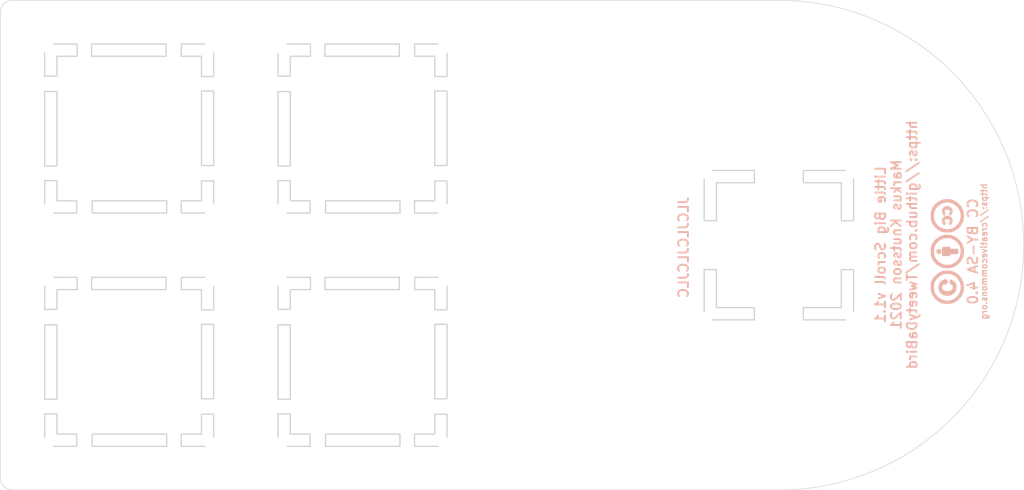
<source format=kicad_pcb>
(kicad_pcb (version 20171130) (host pcbnew "(5.1.9)-1")

  (general
    (thickness 1.6)
    (drawings 15)
    (tracks 0)
    (zones 0)
    (modules 10)
    (nets 1)
  )

  (page A4)
  (title_block
    (title "Little Big Scroll")
    (date 2021-11-30)
    (rev v1.0)
    (company "Markus Knutsson <markus.knutsson@tweety.se>")
    (comment 1 https://github.com/TweetyDaBird)
    (comment 2 "Licensed under Creative Commons Attribution-ShareAlike 4.0 International")
  )

  (layers
    (0 F.Cu signal)
    (31 B.Cu signal)
    (32 B.Adhes user hide)
    (33 F.Adhes user hide)
    (34 B.Paste user hide)
    (35 F.Paste user hide)
    (36 B.SilkS user)
    (37 F.SilkS user)
    (38 B.Mask user hide)
    (39 F.Mask user hide)
    (40 Dwgs.User user hide)
    (41 Cmts.User user hide)
    (42 Eco1.User user hide)
    (43 Eco2.User user hide)
    (44 Edge.Cuts user)
    (45 Margin user hide)
    (46 B.CrtYd user hide)
    (47 F.CrtYd user hide)
    (48 B.Fab user hide)
    (49 F.Fab user hide)
  )

  (setup
    (last_trace_width 0.25)
    (trace_clearance 0.2)
    (zone_clearance 0.508)
    (zone_45_only yes)
    (trace_min 0.2)
    (via_size 0.8)
    (via_drill 0.4)
    (via_min_size 0.4)
    (via_min_drill 0.3)
    (uvia_size 0.3)
    (uvia_drill 0.1)
    (uvias_allowed no)
    (uvia_min_size 0.2)
    (uvia_min_drill 0.1)
    (edge_width 0.05)
    (segment_width 0.2)
    (pcb_text_width 0.3)
    (pcb_text_size 1.5 1.5)
    (mod_edge_width 0.12)
    (mod_text_size 1 1)
    (mod_text_width 0.15)
    (pad_size 1.524 1.524)
    (pad_drill 0.762)
    (pad_to_mask_clearance 0)
    (aux_axis_origin 0 0)
    (visible_elements 7FFFFFFF)
    (pcbplotparams
      (layerselection 0x010fc_ffffffff)
      (usegerberextensions true)
      (usegerberattributes true)
      (usegerberadvancedattributes false)
      (creategerberjobfile false)
      (excludeedgelayer true)
      (linewidth 0.100000)
      (plotframeref false)
      (viasonmask false)
      (mode 1)
      (useauxorigin false)
      (hpglpennumber 1)
      (hpglpenspeed 20)
      (hpglpendiameter 15.000000)
      (psnegative false)
      (psa4output false)
      (plotreference true)
      (plotvalue false)
      (plotinvisibletext false)
      (padsonsilk false)
      (subtractmaskfromsilk true)
      (outputformat 1)
      (mirror false)
      (drillshape 0)
      (scaleselection 1)
      (outputdirectory "Gerbers/"))
  )

  (net 0 "")

  (net_class Default "This is the default net class."
    (clearance 0.2)
    (trace_width 0.25)
    (via_dia 0.8)
    (via_drill 0.4)
    (uvia_dia 0.3)
    (uvia_drill 0.1)
  )

  (net_class VCC ""
    (clearance 0.2)
    (trace_width 0.45)
    (via_dia 0.8)
    (via_drill 0.4)
    (uvia_dia 0.3)
    (uvia_drill 0.1)
  )

  (module "Keyboard Library:Cherry_MX_Plate_Hole_Breakoff" (layer F.Cu) (tedit 5FDB0BD7) (tstamp 619F03E7)
    (at 185.38 121.08)
    (descr "MX-style keyswitch with reversible Kailh socket mount")
    (tags MX,cherry,gateron,kailh,pg1511,socket)
    (path /61F0A1A5)
    (fp_text reference SW4 (at 0 0) (layer F.SilkS) hide
      (effects (font (size 1.27 1.27) (thickness 0.15)))
    )
    (fp_text value SW_Push (at 0 0) (layer F.SilkS) hide
      (effects (font (size 1.27 1.27) (thickness 0.15)))
    )
    (fp_line (start -4.28 6.9) (end -4.28 5.9) (layer Edge.Cuts) (width 0.1))
    (fp_line (start 4.25 5.9) (end 5.9 5.9) (layer Edge.Cuts) (width 0.1))
    (fp_line (start 3.06 5.9) (end 3.06 6.9) (layer Edge.Cuts) (width 0.1))
    (fp_line (start 6.9 6.9) (end 4.25 6.9) (layer Edge.Cuts) (width 0.1))
    (fp_line (start -6.9 6.9) (end -4.28 6.9) (layer Edge.Cuts) (width 0.1))
    (fp_line (start -5.9 5.9) (end -4.28 5.9) (layer Edge.Cuts) (width 0.1))
    (fp_line (start 3.06 6.9) (end -3.02 6.9) (layer Edge.Cuts) (width 0.1))
    (fp_line (start -3.02 6.9) (end -3.018995 5.9) (layer Edge.Cuts) (width 0.1))
    (fp_line (start -3.018995 5.9) (end 3.06 5.9) (layer Edge.Cuts) (width 0.1))
    (fp_line (start 4.25 5.9) (end 4.25 6.9) (layer Edge.Cuts) (width 0.1))
    (fp_line (start -4.25 -5.9) (end -4.25 -6.9) (layer Edge.Cuts) (width 0.1))
    (fp_line (start 3.011005 -6.9) (end 3.01 -5.9) (layer Edge.Cuts) (width 0.1))
    (fp_line (start 5.9 -5.9) (end 4.26 -5.9) (layer Edge.Cuts) (width 0.1))
    (fp_line (start -3.07 -5.9) (end -3.07 -6.9) (layer Edge.Cuts) (width 0.1))
    (fp_line (start 3.011005 -6.9) (end -3.07 -6.9) (layer Edge.Cuts) (width 0.1))
    (fp_line (start -4.25 -5.9) (end -5.9 -5.9) (layer Edge.Cuts) (width 0.1))
    (fp_line (start 4.26 -6.9) (end 4.26 -5.9) (layer Edge.Cuts) (width 0.1))
    (fp_line (start 3.01 -5.9) (end -3.07 -5.9) (layer Edge.Cuts) (width 0.1))
    (fp_line (start -4.25 -6.9) (end -6.9 -6.9) (layer Edge.Cuts) (width 0.1))
    (fp_line (start 6.9 -6.9) (end 4.26 -6.9) (layer Edge.Cuts) (width 0.1))
    (fp_line (start -6.9 -3.02) (end -5.9 -3.018995) (layer Edge.Cuts) (width 0.1))
    (fp_line (start -5.9 -3.018995) (end -5.9 3.06) (layer Edge.Cuts) (width 0.1))
    (fp_line (start -6.9 -6.9) (end -6.9 -4.28) (layer Edge.Cuts) (width 0.1))
    (fp_line (start -5.9 3.06) (end -6.9 3.06) (layer Edge.Cuts) (width 0.1))
    (fp_line (start -6.9 3.06) (end -6.9 -3.02) (layer Edge.Cuts) (width 0.1))
    (fp_line (start -6.9 -4.28) (end -5.9 -4.28) (layer Edge.Cuts) (width 0.1))
    (fp_line (start -5.9 4.25) (end -5.9 5.9) (layer Edge.Cuts) (width 0.1))
    (fp_line (start -6.9 6.9) (end -6.9 4.25) (layer Edge.Cuts) (width 0.1))
    (fp_line (start -5.9 -5.9) (end -5.9 -4.28) (layer Edge.Cuts) (width 0.1))
    (fp_line (start -5.9 4.25) (end -6.9 4.25) (layer Edge.Cuts) (width 0.1))
    (fp_line (start 5.9 -4.25) (end 5.9 -5.9) (layer Edge.Cuts) (width 0.1))
    (fp_line (start 5.9 -3.06) (end 6.9 -3.06) (layer Edge.Cuts) (width 0.1))
    (fp_line (start 6.9 3.02) (end 5.9 3.018995) (layer Edge.Cuts) (width 0.1))
    (fp_line (start 6.9 4.28) (end 5.9 4.28) (layer Edge.Cuts) (width 0.1))
    (fp_line (start 6.9 -6.9) (end 6.9 -4.25) (layer Edge.Cuts) (width 0.1))
    (fp_line (start 5.9 -4.25) (end 6.9 -4.25) (layer Edge.Cuts) (width 0.1))
    (fp_line (start 6.9 -3.06) (end 6.9 3.02) (layer Edge.Cuts) (width 0.1))
    (fp_line (start 5.9 3.018995) (end 5.9 -3.06) (layer Edge.Cuts) (width 0.1))
    (fp_line (start 6.9 6.9) (end 6.9 4.28) (layer Edge.Cuts) (width 0.1))
    (fp_line (start 5.9 5.9) (end 5.9 4.28) (layer Edge.Cuts) (width 0.1))
    (pad "" np_thru_hole circle (at 6.4 -3.6576) (size 0.8 0.8) (drill 0.8) (layers *.Cu *.Mask))
    (pad "" np_thru_hole circle (at 6.4 3.6576) (size 0.8 0.8) (drill 0.8) (layers *.Cu *.Mask))
    (pad "" np_thru_hole circle (at -6.4 -3.6576 180) (size 0.8 0.8) (drill 0.8) (layers *.Cu *.Mask))
    (pad "" np_thru_hole circle (at -6.4 3.6576 180) (size 0.8 0.8) (drill 0.8) (layers *.Cu *.Mask))
    (pad "" np_thru_hole circle (at -3.6576 -6.4 90) (size 0.8 0.8) (drill 0.8) (layers *.Cu *.Mask))
    (pad "" np_thru_hole circle (at 3.6576 -6.4 90) (size 0.8 0.8) (drill 0.8) (layers *.Cu *.Mask))
    (pad "" np_thru_hole circle (at -6.5786 -6.5786) (size 1 1) (drill 1) (layers *.Cu *.Mask))
    (pad "" np_thru_hole circle (at 6.5786 -6.5786) (size 1 1) (drill 1) (layers *.Cu *.Mask))
    (pad "" np_thru_hole circle (at 6.5786 6.5786) (size 1 1) (drill 1) (layers *.Cu *.Mask))
    (pad "" np_thru_hole circle (at -6.5786 6.5786) (size 1 1) (drill 1) (layers *.Cu *.Mask))
    (pad "" np_thru_hole circle (at -3.6576 6.4 270) (size 0.8 0.8) (drill 0.8) (layers *.Cu *.Mask))
    (pad "" np_thru_hole circle (at 3.6576 6.4 270) (size 0.8 0.8) (drill 0.8) (layers *.Cu *.Mask))
  )

  (module "Keyboard Library:Cherry_MX_Plate_Hole_Breakoff" (layer F.Cu) (tedit 5FDB0BD7) (tstamp 619F03AC)
    (at 166.33 121.08)
    (descr "MX-style keyswitch with reversible Kailh socket mount")
    (tags MX,cherry,gateron,kailh,pg1511,socket)
    (path /61F08FF4)
    (fp_text reference SW3 (at 0 0) (layer F.SilkS) hide
      (effects (font (size 1.27 1.27) (thickness 0.15)))
    )
    (fp_text value SW_Push (at 0 0) (layer F.SilkS) hide
      (effects (font (size 1.27 1.27) (thickness 0.15)))
    )
    (fp_line (start -4.28 6.9) (end -4.28 5.9) (layer Edge.Cuts) (width 0.1))
    (fp_line (start 4.25 5.9) (end 5.9 5.9) (layer Edge.Cuts) (width 0.1))
    (fp_line (start 3.06 5.9) (end 3.06 6.9) (layer Edge.Cuts) (width 0.1))
    (fp_line (start 6.9 6.9) (end 4.25 6.9) (layer Edge.Cuts) (width 0.1))
    (fp_line (start -6.9 6.9) (end -4.28 6.9) (layer Edge.Cuts) (width 0.1))
    (fp_line (start -5.9 5.9) (end -4.28 5.9) (layer Edge.Cuts) (width 0.1))
    (fp_line (start 3.06 6.9) (end -3.02 6.9) (layer Edge.Cuts) (width 0.1))
    (fp_line (start -3.02 6.9) (end -3.018995 5.9) (layer Edge.Cuts) (width 0.1))
    (fp_line (start -3.018995 5.9) (end 3.06 5.9) (layer Edge.Cuts) (width 0.1))
    (fp_line (start 4.25 5.9) (end 4.25 6.9) (layer Edge.Cuts) (width 0.1))
    (fp_line (start -4.25 -5.9) (end -4.25 -6.9) (layer Edge.Cuts) (width 0.1))
    (fp_line (start 3.011005 -6.9) (end 3.01 -5.9) (layer Edge.Cuts) (width 0.1))
    (fp_line (start 5.9 -5.9) (end 4.26 -5.9) (layer Edge.Cuts) (width 0.1))
    (fp_line (start -3.07 -5.9) (end -3.07 -6.9) (layer Edge.Cuts) (width 0.1))
    (fp_line (start 3.011005 -6.9) (end -3.07 -6.9) (layer Edge.Cuts) (width 0.1))
    (fp_line (start -4.25 -5.9) (end -5.9 -5.9) (layer Edge.Cuts) (width 0.1))
    (fp_line (start 4.26 -6.9) (end 4.26 -5.9) (layer Edge.Cuts) (width 0.1))
    (fp_line (start 3.01 -5.9) (end -3.07 -5.9) (layer Edge.Cuts) (width 0.1))
    (fp_line (start -4.25 -6.9) (end -6.9 -6.9) (layer Edge.Cuts) (width 0.1))
    (fp_line (start 6.9 -6.9) (end 4.26 -6.9) (layer Edge.Cuts) (width 0.1))
    (fp_line (start -6.9 -3.02) (end -5.9 -3.018995) (layer Edge.Cuts) (width 0.1))
    (fp_line (start -5.9 -3.018995) (end -5.9 3.06) (layer Edge.Cuts) (width 0.1))
    (fp_line (start -6.9 -6.9) (end -6.9 -4.28) (layer Edge.Cuts) (width 0.1))
    (fp_line (start -5.9 3.06) (end -6.9 3.06) (layer Edge.Cuts) (width 0.1))
    (fp_line (start -6.9 3.06) (end -6.9 -3.02) (layer Edge.Cuts) (width 0.1))
    (fp_line (start -6.9 -4.28) (end -5.9 -4.28) (layer Edge.Cuts) (width 0.1))
    (fp_line (start -5.9 4.25) (end -5.9 5.9) (layer Edge.Cuts) (width 0.1))
    (fp_line (start -6.9 6.9) (end -6.9 4.25) (layer Edge.Cuts) (width 0.1))
    (fp_line (start -5.9 -5.9) (end -5.9 -4.28) (layer Edge.Cuts) (width 0.1))
    (fp_line (start -5.9 4.25) (end -6.9 4.25) (layer Edge.Cuts) (width 0.1))
    (fp_line (start 5.9 -4.25) (end 5.9 -5.9) (layer Edge.Cuts) (width 0.1))
    (fp_line (start 5.9 -3.06) (end 6.9 -3.06) (layer Edge.Cuts) (width 0.1))
    (fp_line (start 6.9 3.02) (end 5.9 3.018995) (layer Edge.Cuts) (width 0.1))
    (fp_line (start 6.9 4.28) (end 5.9 4.28) (layer Edge.Cuts) (width 0.1))
    (fp_line (start 6.9 -6.9) (end 6.9 -4.25) (layer Edge.Cuts) (width 0.1))
    (fp_line (start 5.9 -4.25) (end 6.9 -4.25) (layer Edge.Cuts) (width 0.1))
    (fp_line (start 6.9 -3.06) (end 6.9 3.02) (layer Edge.Cuts) (width 0.1))
    (fp_line (start 5.9 3.018995) (end 5.9 -3.06) (layer Edge.Cuts) (width 0.1))
    (fp_line (start 6.9 6.9) (end 6.9 4.28) (layer Edge.Cuts) (width 0.1))
    (fp_line (start 5.9 5.9) (end 5.9 4.28) (layer Edge.Cuts) (width 0.1))
    (pad "" np_thru_hole circle (at 6.4 -3.6576) (size 0.8 0.8) (drill 0.8) (layers *.Cu *.Mask))
    (pad "" np_thru_hole circle (at 6.4 3.6576) (size 0.8 0.8) (drill 0.8) (layers *.Cu *.Mask))
    (pad "" np_thru_hole circle (at -6.4 -3.6576 180) (size 0.8 0.8) (drill 0.8) (layers *.Cu *.Mask))
    (pad "" np_thru_hole circle (at -6.4 3.6576 180) (size 0.8 0.8) (drill 0.8) (layers *.Cu *.Mask))
    (pad "" np_thru_hole circle (at -3.6576 -6.4 90) (size 0.8 0.8) (drill 0.8) (layers *.Cu *.Mask))
    (pad "" np_thru_hole circle (at 3.6576 -6.4 90) (size 0.8 0.8) (drill 0.8) (layers *.Cu *.Mask))
    (pad "" np_thru_hole circle (at -6.5786 -6.5786) (size 1 1) (drill 1) (layers *.Cu *.Mask))
    (pad "" np_thru_hole circle (at 6.5786 -6.5786) (size 1 1) (drill 1) (layers *.Cu *.Mask))
    (pad "" np_thru_hole circle (at 6.5786 6.5786) (size 1 1) (drill 1) (layers *.Cu *.Mask))
    (pad "" np_thru_hole circle (at -6.5786 6.5786) (size 1 1) (drill 1) (layers *.Cu *.Mask))
    (pad "" np_thru_hole circle (at -3.6576 6.4 270) (size 0.8 0.8) (drill 0.8) (layers *.Cu *.Mask))
    (pad "" np_thru_hole circle (at 3.6576 6.4 270) (size 0.8 0.8) (drill 0.8) (layers *.Cu *.Mask))
  )

  (module "Keyboard Library:Cherry_MX_Plate_Hole_Breakoff" (layer F.Cu) (tedit 5FDB0BD7) (tstamp 619F0371)
    (at 185.38 102.03)
    (descr "MX-style keyswitch with reversible Kailh socket mount")
    (tags MX,cherry,gateron,kailh,pg1511,socket)
    (path /61F08A46)
    (fp_text reference SW2 (at 0 0) (layer F.SilkS) hide
      (effects (font (size 1.27 1.27) (thickness 0.15)))
    )
    (fp_text value SW_Push (at 0 0) (layer F.SilkS) hide
      (effects (font (size 1.27 1.27) (thickness 0.15)))
    )
    (fp_line (start -4.28 6.9) (end -4.28 5.9) (layer Edge.Cuts) (width 0.1))
    (fp_line (start 4.25 5.9) (end 5.9 5.9) (layer Edge.Cuts) (width 0.1))
    (fp_line (start 3.06 5.9) (end 3.06 6.9) (layer Edge.Cuts) (width 0.1))
    (fp_line (start 6.9 6.9) (end 4.25 6.9) (layer Edge.Cuts) (width 0.1))
    (fp_line (start -6.9 6.9) (end -4.28 6.9) (layer Edge.Cuts) (width 0.1))
    (fp_line (start -5.9 5.9) (end -4.28 5.9) (layer Edge.Cuts) (width 0.1))
    (fp_line (start 3.06 6.9) (end -3.02 6.9) (layer Edge.Cuts) (width 0.1))
    (fp_line (start -3.02 6.9) (end -3.018995 5.9) (layer Edge.Cuts) (width 0.1))
    (fp_line (start -3.018995 5.9) (end 3.06 5.9) (layer Edge.Cuts) (width 0.1))
    (fp_line (start 4.25 5.9) (end 4.25 6.9) (layer Edge.Cuts) (width 0.1))
    (fp_line (start -4.25 -5.9) (end -4.25 -6.9) (layer Edge.Cuts) (width 0.1))
    (fp_line (start 3.011005 -6.9) (end 3.01 -5.9) (layer Edge.Cuts) (width 0.1))
    (fp_line (start 5.9 -5.9) (end 4.26 -5.9) (layer Edge.Cuts) (width 0.1))
    (fp_line (start -3.07 -5.9) (end -3.07 -6.9) (layer Edge.Cuts) (width 0.1))
    (fp_line (start 3.011005 -6.9) (end -3.07 -6.9) (layer Edge.Cuts) (width 0.1))
    (fp_line (start -4.25 -5.9) (end -5.9 -5.9) (layer Edge.Cuts) (width 0.1))
    (fp_line (start 4.26 -6.9) (end 4.26 -5.9) (layer Edge.Cuts) (width 0.1))
    (fp_line (start 3.01 -5.9) (end -3.07 -5.9) (layer Edge.Cuts) (width 0.1))
    (fp_line (start -4.25 -6.9) (end -6.9 -6.9) (layer Edge.Cuts) (width 0.1))
    (fp_line (start 6.9 -6.9) (end 4.26 -6.9) (layer Edge.Cuts) (width 0.1))
    (fp_line (start -6.9 -3.02) (end -5.9 -3.018995) (layer Edge.Cuts) (width 0.1))
    (fp_line (start -5.9 -3.018995) (end -5.9 3.06) (layer Edge.Cuts) (width 0.1))
    (fp_line (start -6.9 -6.9) (end -6.9 -4.28) (layer Edge.Cuts) (width 0.1))
    (fp_line (start -5.9 3.06) (end -6.9 3.06) (layer Edge.Cuts) (width 0.1))
    (fp_line (start -6.9 3.06) (end -6.9 -3.02) (layer Edge.Cuts) (width 0.1))
    (fp_line (start -6.9 -4.28) (end -5.9 -4.28) (layer Edge.Cuts) (width 0.1))
    (fp_line (start -5.9 4.25) (end -5.9 5.9) (layer Edge.Cuts) (width 0.1))
    (fp_line (start -6.9 6.9) (end -6.9 4.25) (layer Edge.Cuts) (width 0.1))
    (fp_line (start -5.9 -5.9) (end -5.9 -4.28) (layer Edge.Cuts) (width 0.1))
    (fp_line (start -5.9 4.25) (end -6.9 4.25) (layer Edge.Cuts) (width 0.1))
    (fp_line (start 5.9 -4.25) (end 5.9 -5.9) (layer Edge.Cuts) (width 0.1))
    (fp_line (start 5.9 -3.06) (end 6.9 -3.06) (layer Edge.Cuts) (width 0.1))
    (fp_line (start 6.9 3.02) (end 5.9 3.018995) (layer Edge.Cuts) (width 0.1))
    (fp_line (start 6.9 4.28) (end 5.9 4.28) (layer Edge.Cuts) (width 0.1))
    (fp_line (start 6.9 -6.9) (end 6.9 -4.25) (layer Edge.Cuts) (width 0.1))
    (fp_line (start 5.9 -4.25) (end 6.9 -4.25) (layer Edge.Cuts) (width 0.1))
    (fp_line (start 6.9 -3.06) (end 6.9 3.02) (layer Edge.Cuts) (width 0.1))
    (fp_line (start 5.9 3.018995) (end 5.9 -3.06) (layer Edge.Cuts) (width 0.1))
    (fp_line (start 6.9 6.9) (end 6.9 4.28) (layer Edge.Cuts) (width 0.1))
    (fp_line (start 5.9 5.9) (end 5.9 4.28) (layer Edge.Cuts) (width 0.1))
    (pad "" np_thru_hole circle (at 6.4 -3.6576) (size 0.8 0.8) (drill 0.8) (layers *.Cu *.Mask))
    (pad "" np_thru_hole circle (at 6.4 3.6576) (size 0.8 0.8) (drill 0.8) (layers *.Cu *.Mask))
    (pad "" np_thru_hole circle (at -6.4 -3.6576 180) (size 0.8 0.8) (drill 0.8) (layers *.Cu *.Mask))
    (pad "" np_thru_hole circle (at -6.4 3.6576 180) (size 0.8 0.8) (drill 0.8) (layers *.Cu *.Mask))
    (pad "" np_thru_hole circle (at -3.6576 -6.4 90) (size 0.8 0.8) (drill 0.8) (layers *.Cu *.Mask))
    (pad "" np_thru_hole circle (at 3.6576 -6.4 90) (size 0.8 0.8) (drill 0.8) (layers *.Cu *.Mask))
    (pad "" np_thru_hole circle (at -6.5786 -6.5786) (size 1 1) (drill 1) (layers *.Cu *.Mask))
    (pad "" np_thru_hole circle (at 6.5786 -6.5786) (size 1 1) (drill 1) (layers *.Cu *.Mask))
    (pad "" np_thru_hole circle (at 6.5786 6.5786) (size 1 1) (drill 1) (layers *.Cu *.Mask))
    (pad "" np_thru_hole circle (at -6.5786 6.5786) (size 1 1) (drill 1) (layers *.Cu *.Mask))
    (pad "" np_thru_hole circle (at -3.6576 6.4 270) (size 0.8 0.8) (drill 0.8) (layers *.Cu *.Mask))
    (pad "" np_thru_hole circle (at 3.6576 6.4 270) (size 0.8 0.8) (drill 0.8) (layers *.Cu *.Mask))
  )

  (module "Keyboard Library:Cherry_MX_Plate_Hole_Breakoff" (layer F.Cu) (tedit 5FDB0BD7) (tstamp 619F0336)
    (at 166.33 102.03)
    (descr "MX-style keyswitch with reversible Kailh socket mount")
    (tags MX,cherry,gateron,kailh,pg1511,socket)
    (path /61F07A41)
    (fp_text reference SW1 (at 0 0) (layer F.SilkS) hide
      (effects (font (size 1.27 1.27) (thickness 0.15)))
    )
    (fp_text value SW_Push (at 0 0) (layer F.SilkS) hide
      (effects (font (size 1.27 1.27) (thickness 0.15)))
    )
    (fp_line (start -4.28 6.9) (end -4.28 5.9) (layer Edge.Cuts) (width 0.1))
    (fp_line (start 4.25 5.9) (end 5.9 5.9) (layer Edge.Cuts) (width 0.1))
    (fp_line (start 3.06 5.9) (end 3.06 6.9) (layer Edge.Cuts) (width 0.1))
    (fp_line (start 6.9 6.9) (end 4.25 6.9) (layer Edge.Cuts) (width 0.1))
    (fp_line (start -6.9 6.9) (end -4.28 6.9) (layer Edge.Cuts) (width 0.1))
    (fp_line (start -5.9 5.9) (end -4.28 5.9) (layer Edge.Cuts) (width 0.1))
    (fp_line (start 3.06 6.9) (end -3.02 6.9) (layer Edge.Cuts) (width 0.1))
    (fp_line (start -3.02 6.9) (end -3.018995 5.9) (layer Edge.Cuts) (width 0.1))
    (fp_line (start -3.018995 5.9) (end 3.06 5.9) (layer Edge.Cuts) (width 0.1))
    (fp_line (start 4.25 5.9) (end 4.25 6.9) (layer Edge.Cuts) (width 0.1))
    (fp_line (start -4.25 -5.9) (end -4.25 -6.9) (layer Edge.Cuts) (width 0.1))
    (fp_line (start 3.011005 -6.9) (end 3.01 -5.9) (layer Edge.Cuts) (width 0.1))
    (fp_line (start 5.9 -5.9) (end 4.26 -5.9) (layer Edge.Cuts) (width 0.1))
    (fp_line (start -3.07 -5.9) (end -3.07 -6.9) (layer Edge.Cuts) (width 0.1))
    (fp_line (start 3.011005 -6.9) (end -3.07 -6.9) (layer Edge.Cuts) (width 0.1))
    (fp_line (start -4.25 -5.9) (end -5.9 -5.9) (layer Edge.Cuts) (width 0.1))
    (fp_line (start 4.26 -6.9) (end 4.26 -5.9) (layer Edge.Cuts) (width 0.1))
    (fp_line (start 3.01 -5.9) (end -3.07 -5.9) (layer Edge.Cuts) (width 0.1))
    (fp_line (start -4.25 -6.9) (end -6.9 -6.9) (layer Edge.Cuts) (width 0.1))
    (fp_line (start 6.9 -6.9) (end 4.26 -6.9) (layer Edge.Cuts) (width 0.1))
    (fp_line (start -6.9 -3.02) (end -5.9 -3.018995) (layer Edge.Cuts) (width 0.1))
    (fp_line (start -5.9 -3.018995) (end -5.9 3.06) (layer Edge.Cuts) (width 0.1))
    (fp_line (start -6.9 -6.9) (end -6.9 -4.28) (layer Edge.Cuts) (width 0.1))
    (fp_line (start -5.9 3.06) (end -6.9 3.06) (layer Edge.Cuts) (width 0.1))
    (fp_line (start -6.9 3.06) (end -6.9 -3.02) (layer Edge.Cuts) (width 0.1))
    (fp_line (start -6.9 -4.28) (end -5.9 -4.28) (layer Edge.Cuts) (width 0.1))
    (fp_line (start -5.9 4.25) (end -5.9 5.9) (layer Edge.Cuts) (width 0.1))
    (fp_line (start -6.9 6.9) (end -6.9 4.25) (layer Edge.Cuts) (width 0.1))
    (fp_line (start -5.9 -5.9) (end -5.9 -4.28) (layer Edge.Cuts) (width 0.1))
    (fp_line (start -5.9 4.25) (end -6.9 4.25) (layer Edge.Cuts) (width 0.1))
    (fp_line (start 5.9 -4.25) (end 5.9 -5.9) (layer Edge.Cuts) (width 0.1))
    (fp_line (start 5.9 -3.06) (end 6.9 -3.06) (layer Edge.Cuts) (width 0.1))
    (fp_line (start 6.9 3.02) (end 5.9 3.018995) (layer Edge.Cuts) (width 0.1))
    (fp_line (start 6.9 4.28) (end 5.9 4.28) (layer Edge.Cuts) (width 0.1))
    (fp_line (start 6.9 -6.9) (end 6.9 -4.25) (layer Edge.Cuts) (width 0.1))
    (fp_line (start 5.9 -4.25) (end 6.9 -4.25) (layer Edge.Cuts) (width 0.1))
    (fp_line (start 6.9 -3.06) (end 6.9 3.02) (layer Edge.Cuts) (width 0.1))
    (fp_line (start 5.9 3.018995) (end 5.9 -3.06) (layer Edge.Cuts) (width 0.1))
    (fp_line (start 6.9 6.9) (end 6.9 4.28) (layer Edge.Cuts) (width 0.1))
    (fp_line (start 5.9 5.9) (end 5.9 4.28) (layer Edge.Cuts) (width 0.1))
    (pad "" np_thru_hole circle (at 6.4 -3.6576) (size 0.8 0.8) (drill 0.8) (layers *.Cu *.Mask))
    (pad "" np_thru_hole circle (at 6.4 3.6576) (size 0.8 0.8) (drill 0.8) (layers *.Cu *.Mask))
    (pad "" np_thru_hole circle (at -6.4 -3.6576 180) (size 0.8 0.8) (drill 0.8) (layers *.Cu *.Mask))
    (pad "" np_thru_hole circle (at -6.4 3.6576 180) (size 0.8 0.8) (drill 0.8) (layers *.Cu *.Mask))
    (pad "" np_thru_hole circle (at -3.6576 -6.4 90) (size 0.8 0.8) (drill 0.8) (layers *.Cu *.Mask))
    (pad "" np_thru_hole circle (at 3.6576 -6.4 90) (size 0.8 0.8) (drill 0.8) (layers *.Cu *.Mask))
    (pad "" np_thru_hole circle (at -6.5786 -6.5786) (size 1 1) (drill 1) (layers *.Cu *.Mask))
    (pad "" np_thru_hole circle (at 6.5786 -6.5786) (size 1 1) (drill 1) (layers *.Cu *.Mask))
    (pad "" np_thru_hole circle (at 6.5786 6.5786) (size 1 1) (drill 1) (layers *.Cu *.Mask))
    (pad "" np_thru_hole circle (at -6.5786 6.5786) (size 1 1) (drill 1) (layers *.Cu *.Mask))
    (pad "" np_thru_hole circle (at -3.6576 6.4 270) (size 0.8 0.8) (drill 0.8) (layers *.Cu *.Mask))
    (pad "" np_thru_hole circle (at 3.6576 6.4 270) (size 0.8 0.8) (drill 0.8) (layers *.Cu *.Mask))
  )

  (module "Keyboard Library:RotaryEncoder_PlateHole_Breakoff" (layer F.Cu) (tedit 61D60BF9) (tstamp 619F23CE)
    (at 219.38 111.555 180)
    (descr "Alps rotary encoder, EC12E... with switch, vertical shaft, http://www.alps.com/prod/info/E/HTML/Encoder/Incremental/EC11/EC11E15204A3.html")
    (tags "rotary encoder")
    (path /61F0CC2E)
    (fp_text reference SW7 (at -4.7 -7.2 180) (layer F.Fab)
      (effects (font (size 1 1) (thickness 0.15)))
    )
    (fp_text value Rotary_Encoder_Switch (at 0 7.9 180) (layer F.Fab)
      (effects (font (size 1 1) (thickness 0.15)))
    )
    (fp_line (start 5.1 -2) (end 5.1 -5.1) (layer Edge.Cuts) (width 0.1))
    (fp_line (start 6.1 2) (end 5.1 2) (layer Edge.Cuts) (width 0.1))
    (fp_line (start 5.1 2) (end 5.1 5.1) (layer Edge.Cuts) (width 0.1))
    (fp_line (start 6.1 -2) (end 6.1 -6.1) (layer Edge.Cuts) (width 0.1))
    (fp_line (start 6.1 2) (end 6.1 6.1) (layer Edge.Cuts) (width 0.1))
    (fp_line (start 5.1 -2) (end 6.1 -2) (layer Edge.Cuts) (width 0.1))
    (fp_line (start -6.1 -2) (end -5.1 -2) (layer Edge.Cuts) (width 0.1))
    (fp_line (start -6.1 -2) (end -6.1 -6.1) (layer Edge.Cuts) (width 0.1))
    (fp_line (start -5.1 -2) (end -5.1 -5.1) (layer Edge.Cuts) (width 0.1))
    (fp_line (start -5.1 2) (end -6.1 2) (layer Edge.Cuts) (width 0.1))
    (fp_line (start -6.1 2) (end -6.1 6.1) (layer Edge.Cuts) (width 0.1))
    (fp_line (start -5.1 2) (end -5.1 5.1) (layer Edge.Cuts) (width 0.1))
    (fp_line (start -2 6.1) (end -2 5.1) (layer Edge.Cuts) (width 0.1))
    (fp_line (start -2 6.1) (end -6.1 6.1) (layer Edge.Cuts) (width 0.1))
    (fp_line (start -2 5.1) (end -5.1 5.1) (layer Edge.Cuts) (width 0.1))
    (fp_line (start 2 5.1) (end 2 6.1) (layer Edge.Cuts) (width 0.1))
    (fp_line (start 2 6.1) (end 6.1 6.1) (layer Edge.Cuts) (width 0.1))
    (fp_line (start 2 5.1) (end 5.1 5.1) (layer Edge.Cuts) (width 0.1))
    (fp_line (start -2 -5.1) (end -2 -6.1) (layer Edge.Cuts) (width 0.1))
    (fp_line (start -2 -5.1) (end -5.1 -5.1) (layer Edge.Cuts) (width 0.1))
    (fp_line (start -2 -6.1) (end -6.1 -6.1) (layer Edge.Cuts) (width 0.1))
    (fp_line (start 2 -5.1) (end 5.1 -5.1) (layer Edge.Cuts) (width 0.1))
    (fp_line (start 2 -6.1) (end 2 -5.1) (layer Edge.Cuts) (width 0.1))
    (fp_line (start 2 -6.1) (end 6.1 -6.1) (layer Edge.Cuts) (width 0.1))
    (pad "" np_thru_hole circle (at -5.8 5.8 90) (size 0.9 0.9) (drill 0.9) (layers *.Cu *.Mask))
    (pad "" np_thru_hole circle (at -5.8 -5.8 90) (size 0.9 0.9) (drill 0.9) (layers *.Cu *.Mask))
    (pad "" np_thru_hole circle (at 5.8 -5.8 90) (size 0.9 0.9) (drill 0.9) (layers *.Cu *.Mask))
    (pad "" np_thru_hole circle (at 5.8 5.8 90) (size 0.9 0.9) (drill 0.9) (layers *.Cu *.Mask))
    (pad "" np_thru_hole circle (at 5.6 0 180) (size 0.9 0.9) (drill 0.9) (layers *.Cu *.Mask))
    (pad "" np_thru_hole circle (at 5.6 1.2 180) (size 0.9 0.9) (drill 0.9) (layers *.Cu *.Mask))
    (pad "" np_thru_hole circle (at 5.6 -1.2 180) (size 0.9 0.9) (drill 0.9) (layers *.Cu *.Mask))
    (pad "" np_thru_hole circle (at -5.6 1.2) (size 0.9 0.9) (drill 0.9) (layers *.Cu *.Mask))
    (pad "" np_thru_hole circle (at -5.6 0) (size 0.9 0.9) (drill 0.9) (layers *.Cu *.Mask))
    (pad "" np_thru_hole circle (at -5.6 -1.2) (size 0.9 0.9) (drill 0.9) (layers *.Cu *.Mask))
    (pad "" np_thru_hole circle (at 1.2 5.6 90) (size 0.9 0.9) (drill 0.9) (layers *.Cu *.Mask))
    (pad "" np_thru_hole circle (at 0 5.6 90) (size 0.9 0.9) (drill 0.9) (layers *.Cu *.Mask))
    (pad "" np_thru_hole circle (at -1.2 5.6 90) (size 0.9 0.9) (drill 0.9) (layers *.Cu *.Mask))
    (pad "" np_thru_hole circle (at 0 -5.6 270) (size 0.9 0.9) (drill 0.9) (layers *.Cu *.Mask))
    (pad "" np_thru_hole circle (at 1.2 -5.6 270) (size 0.9 0.9) (drill 0.9) (layers *.Cu *.Mask))
    (pad "" np_thru_hole circle (at -1.2 -5.6 270) (size 0.9 0.9) (drill 0.9) (layers *.Cu *.Mask))
    (model ${KISYS3DMOD}/Rotary_Encoder.3dshapes/RotaryEncoder_Alps_EC11E-Switch_Vertical_H20mm.wrl
      (at (xyz 0 0 0))
      (scale (xyz 1 1 1))
      (rotate (xyz 0 0 0))
    )
  )

  (module "Keyboard Library:CC_BY_SA_40" (layer B.Cu) (tedit 61A8945C) (tstamp 61A913A6)
    (at 233.06 112.11 270)
    (path /61A8B584)
    (fp_text reference Lic1 (at -0.24 2.42 90) (layer B.Fab) hide
      (effects (font (size 0.8 0.8) (thickness 0.15)) (justify mirror))
    )
    (fp_text value CC-BY-SA_4.0 (at -0.19 3.93 90) (layer B.Fab)
      (effects (font (size 0.8 0.8) (thickness 0.15)) (justify mirror))
    )
    (fp_poly (pts (xy 2.926022 0.651376) (xy 3.024018 0.638898) (xy 3.07798 0.626859) (xy 3.140861 0.606141)
      (xy 3.205826 0.576626) (xy 3.268999 0.540591) (xy 3.3265 0.500311) (xy 3.374452 0.458061)
      (xy 3.385369 0.446489) (xy 3.423185 0.398898) (xy 3.460707 0.341614) (xy 3.495292 0.279265)
      (xy 3.524295 0.21648) (xy 3.53882 0.17787) (xy 3.556121 0.112329) (xy 3.567883 0.037315)
      (xy 3.574001 -0.04319) (xy 3.574369 -0.1252) (xy 3.568882 -0.204732) (xy 3.557437 -0.277801)
      (xy 3.551491 -0.303091) (xy 3.519188 -0.400088) (xy 3.475356 -0.489302) (xy 3.420785 -0.569931)
      (xy 3.356263 -0.641174) (xy 3.282577 -0.70223) (xy 3.200517 -0.752298) (xy 3.11087 -0.790576)
      (xy 3.05567 -0.807069) (xy 3.00771 -0.816775) (xy 2.952305 -0.823985) (xy 2.894108 -0.828417)
      (xy 2.83777 -0.82979) (xy 2.787944 -0.827821) (xy 2.762686 -0.824849) (xy 2.67688 -0.804407)
      (xy 2.594728 -0.771928) (xy 2.51805 -0.728695) (xy 2.448667 -0.67599) (xy 2.388399 -0.615095)
      (xy 2.339066 -0.547292) (xy 2.319989 -0.513035) (xy 2.305521 -0.480487) (xy 2.290958 -0.44112)
      (xy 2.27745 -0.398847) (xy 2.266145 -0.357579) (xy 2.258193 -0.32123) (xy 2.254744 -0.293711)
      (xy 2.254686 -0.290742) (xy 2.256472 -0.287446) (xy 2.262886 -0.284959) (xy 2.275514 -0.283205)
      (xy 2.295941 -0.282107) (xy 2.325752 -0.28159) (xy 2.366533 -0.281577) (xy 2.419869 -0.281994)
      (xy 2.4343 -0.282145) (xy 2.613914 -0.284086) (xy 2.615091 -0.307507) (xy 2.621854 -0.34593)
      (xy 2.63697 -0.387443) (xy 2.657913 -0.425531) (xy 2.664392 -0.434584) (xy 2.699091 -0.468748)
      (xy 2.743663 -0.495431) (xy 2.795239 -0.514105) (xy 2.85095 -0.524242) (xy 2.907928 -0.525312)
      (xy 2.963304 -0.516788) (xy 3.012879 -0.498801) (xy 3.06281 -0.467461) (xy 3.105137 -0.425944)
      (xy 3.140539 -0.373315) (xy 3.169696 -0.308637) (xy 3.185113 -0.261458) (xy 3.191325 -0.238224)
      (xy 3.195769 -0.216245) (xy 3.198724 -0.192377) (xy 3.200468 -0.163474) (xy 3.201281 -0.126393)
      (xy 3.20144 -0.077989) (xy 3.201439 -0.077257) (xy 3.200491 -0.01359) (xy 3.197513 0.038723)
      (xy 3.192004 0.082761) (xy 3.183461 0.121603) (xy 3.17138 0.158328) (xy 3.157695 0.19075)
      (xy 3.125704 0.245065) (xy 3.084906 0.287986) (xy 3.035798 0.319257) (xy 2.97888 0.338624)
      (xy 2.914649 0.345829) (xy 2.860863 0.34297) (xy 2.817995 0.336821) (xy 2.784672 0.328958)
      (xy 2.755927 0.317911) (xy 2.730412 0.304351) (xy 2.6901 0.273499) (xy 2.656081 0.233431)
      (xy 2.631385 0.18825) (xy 2.621481 0.156786) (xy 2.61639 0.1332) (xy 2.664138 0.1332)
      (xy 2.690108 0.13266) (xy 2.704659 0.130493) (xy 2.710863 0.125878) (xy 2.711886 0.120426)
      (xy 2.706896 0.111906) (xy 2.693048 0.095102) (xy 2.67202 0.071704) (xy 2.645492 0.0434)
      (xy 2.615144 0.01188) (xy 2.582654 -0.021167) (xy 2.549703 -0.054051) (xy 2.51797 -0.085084)
      (xy 2.489134 -0.112577) (xy 2.464875 -0.134839) (xy 2.446872 -0.150183) (xy 2.436804 -0.156918)
      (xy 2.435969 -0.157086) (xy 2.427528 -0.152065) (xy 2.410855 -0.138129) (xy 2.387628 -0.116968)
      (xy 2.359526 -0.090272) (xy 2.328225 -0.059732) (xy 2.295405 -0.027037) (xy 2.262742 0.006122)
      (xy 2.231914 0.038055) (xy 2.2046 0.067072) (xy 2.182476 0.091482) (xy 2.167221 0.109597)
      (xy 2.160513 0.119724) (xy 2.160343 0.120572) (xy 2.16224 0.127131) (xy 2.16988 0.130963)
      (xy 2.186185 0.132757) (xy 2.213947 0.1332) (xy 2.267552 0.1332) (xy 2.272459 0.165922)
      (xy 2.281121 0.205192) (xy 2.295752 0.251724) (xy 2.314597 0.300489) (xy 2.334478 0.343657)
      (xy 2.379798 0.417968) (xy 2.435421 0.482847) (xy 2.500284 0.537888) (xy 2.573325 0.582688)
      (xy 2.653482 0.616841) (xy 2.739692 0.639943) (xy 2.830893 0.65159) (xy 2.926022 0.651376)) (layer B.SilkS) (width 0.01))
    (fp_poly (pts (xy -0.008247 0.810637) (xy 0.015762 0.808152) (xy 0.035917 0.802684) (xy 0.057538 0.793148)
      (xy 0.064578 0.789601) (xy 0.099906 0.7674) (xy 0.125046 0.740918) (xy 0.14144 0.70758)
      (xy 0.150529 0.664813) (xy 0.153175 0.631372) (xy 0.153555 0.593754) (xy 0.151636 0.559446)
      (xy 0.147731 0.533797) (xy 0.147359 0.532343) (xy 0.13232 0.499676) (xy 0.107019 0.468478)
      (xy 0.0755 0.442672) (xy 0.041805 0.426184) (xy 0.036429 0.42466) (xy 0.002203 0.419237)
      (xy -0.039229 0.417265) (xy -0.081268 0.418724) (xy -0.117315 0.423592) (xy -0.124094 0.425199)
      (xy -0.148417 0.436259) (xy -0.175765 0.456063) (xy -0.186918 0.466177) (xy -0.209239 0.491076)
      (xy -0.224314 0.517069) (xy -0.233124 0.547461) (xy -0.236654 0.585557) (xy -0.236032 0.631372)
      (xy -0.230855 0.68151) (xy -0.219294 0.720574) (xy -0.199907 0.751139) (xy -0.171253 0.775778)
      (xy -0.147435 0.789601) (xy -0.124451 0.80047) (xy -0.104421 0.806968) (xy -0.082028 0.810179)
      (xy -0.051951 0.811189) (xy -0.041428 0.811224) (xy -0.008247 0.810637)) (layer B.SilkS) (width 0.01))
    (fp_poly (pts (xy 0.037166 0.358141) (xy 0.10256 0.357943) (xy 0.156064 0.357421) (xy 0.198991 0.356415)
      (xy 0.232655 0.354768) (xy 0.258368 0.35232) (xy 0.277442 0.348915) (xy 0.29119 0.344393)
      (xy 0.300925 0.338596) (xy 0.307958 0.331366) (xy 0.313604 0.322545) (xy 0.317677 0.314866)
      (xy 0.320463 0.307632) (xy 0.32275 0.296834) (xy 0.324585 0.281131) (xy 0.326014 0.259181)
      (xy 0.327082 0.229641) (xy 0.327838 0.19117) (xy 0.328325 0.142427) (xy 0.328592 0.082069)
      (xy 0.328684 0.008754) (xy 0.328686 -0.004325) (xy 0.328686 -0.302229) (xy 0.176434 -0.302229)
      (xy 0.174545 -0.630614) (xy 0.172657 -0.959) (xy -0.038297 -0.960922) (xy -0.092244 -0.961248)
      (xy -0.141432 -0.961228) (xy -0.184004 -0.960889) (xy -0.218099 -0.960257) (xy -0.241861 -0.959357)
      (xy -0.25343 -0.958216) (xy -0.254197 -0.957898) (xy -0.25522 -0.949837) (xy -0.256171 -0.928742)
      (xy -0.257028 -0.896095) (xy -0.25777 -0.853375) (xy -0.258374 -0.802063) (xy -0.258818 -0.74364)
      (xy -0.259079 -0.679586) (xy -0.259143 -0.627591) (xy -0.259143 -0.302229) (xy -0.411543 -0.302229)
      (xy -0.411543 -0.004325) (xy -0.411475 0.071196) (xy -0.411239 0.133546) (xy -0.41079 0.184065)
      (xy -0.410081 0.224096) (xy -0.409066 0.25498) (xy -0.407698 0.27806) (xy -0.405931 0.294677)
      (xy -0.40372 0.306172) (xy -0.401017 0.313888) (xy -0.400534 0.314866) (xy -0.39507 0.324972)
      (xy -0.389193 0.33337) (xy -0.381591 0.340216) (xy -0.37095 0.34567) (xy -0.355959 0.34989)
      (xy -0.335304 0.353034) (xy -0.307674 0.355261) (xy -0.271755 0.356729) (xy -0.226235 0.357595)
      (xy -0.169801 0.358019) (xy -0.101141 0.358158) (xy -0.041428 0.358171) (xy 0.037166 0.358141)) (layer B.SilkS) (width 0.01))
    (fp_poly (pts (xy -2.516114 0.356123) (xy -2.4467 0.349329) (xy -2.387015 0.335194) (xy -2.333734 0.312719)
      (xy -2.296787 0.290347) (xy -2.271649 0.270987) (xy -2.245306 0.247145) (xy -2.220136 0.221433)
      (xy -2.198517 0.196465) (xy -2.182827 0.174853) (xy -2.175441 0.159209) (xy -2.175168 0.156706)
      (xy -2.180648 0.148247) (xy -2.19741 0.135587) (xy -2.22615 0.118268) (xy -2.267564 0.095833)
      (xy -2.269193 0.09498) (xy -2.363079 0.045874) (xy -2.393159 0.086592) (xy -2.425063 0.121679)
      (xy -2.460248 0.143617) (xy -2.501248 0.153748) (xy -2.52179 0.154812) (xy -2.570586 0.148715)
      (xy -2.611786 0.130512) (xy -2.644468 0.100984) (xy -2.66771 0.060913) (xy -2.678937 0.021518)
      (xy -2.681579 -0.002373) (xy -2.683145 -0.035828) (xy -2.683614 -0.073933) (xy -2.682969 -0.111775)
      (xy -2.681191 -0.144442) (xy -2.679622 -0.15917) (xy -2.668683 -0.197401) (xy -2.648279 -0.234445)
      (xy -2.621341 -0.26635) (xy -2.590803 -0.289165) (xy -2.579142 -0.294526) (xy -2.55244 -0.300278)
      (xy -2.518191 -0.301939) (xy -2.482726 -0.299668) (xy -2.452376 -0.293621) (xy -2.445504 -0.291211)
      (xy -2.430415 -0.283302) (xy -2.415505 -0.270871) (xy -2.398779 -0.251722) (xy -2.378243 -0.22366)
      (xy -2.360888 -0.198072) (xy -2.356569 -0.193112) (xy -2.350483 -0.191218) (xy -2.340429 -0.193092)
      (xy -2.324207 -0.199436) (xy -2.299619 -0.210954) (xy -2.264463 -0.228346) (xy -2.261669 -0.229742)
      (xy -2.228816 -0.246239) (xy -2.200903 -0.260404) (xy -2.18036 -0.270992) (xy -2.169618 -0.27676)
      (xy -2.168652 -0.277379) (xy -2.169818 -0.28542) (xy -2.178965 -0.301375) (xy -2.194086 -0.322625)
      (xy -2.213179 -0.34655) (xy -2.234238 -0.370532) (xy -2.255257 -0.391949) (xy -2.259017 -0.395454)
      (xy -2.318818 -0.441312) (xy -2.385086 -0.476075) (xy -2.439625 -0.494413) (xy -2.477086 -0.500817)
      (xy -2.522791 -0.503992) (xy -2.570811 -0.503839) (xy -2.615219 -0.500262) (xy -2.632228 -0.497551)
      (xy -2.700098 -0.477645) (xy -2.763203 -0.445781) (xy -2.819348 -0.403594) (xy -2.866338 -0.352717)
      (xy -2.900373 -0.298076) (xy -2.921479 -0.249659) (xy -2.935695 -0.202011) (xy -2.94397 -0.150595)
      (xy -2.947258 -0.090873) (xy -2.947413 -0.073629) (xy -2.94438 0.000853) (xy -2.934434 0.06461)
      (xy -2.916664 0.120133) (xy -2.890161 0.169911) (xy -2.854014 0.216435) (xy -2.833695 0.237628)
      (xy -2.778467 0.285415) (xy -2.721787 0.320276) (xy -2.661257 0.343106) (xy -2.594479 0.3548)
      (xy -2.519054 0.356252) (xy -2.516114 0.356123)) (layer B.SilkS) (width 0.01))
    (fp_poly (pts (xy -3.243366 0.352482) (xy -3.170065 0.335739) (xy -3.104734 0.308278) (xy -3.066782 0.284533)
      (xy -3.041582 0.263871) (xy -3.016778 0.239445) (xy -2.994178 0.213616) (xy -2.975588 0.188745)
      (xy -2.962815 0.167192) (xy -2.957666 0.151319) (xy -2.959743 0.14469) (xy -2.966781 0.140652)
      (xy -2.984334 0.131127) (xy -3.010065 0.117368) (xy -3.041634 0.100629) (xy -3.056287 0.092899)
      (xy -3.092968 0.073751) (xy -3.118977 0.060806) (xy -3.136385 0.053321) (xy -3.147264 0.050554)
      (xy -3.153686 0.051761) (xy -3.157723 0.056201) (xy -3.157887 0.056473) (xy -3.187 0.098888)
      (xy -3.217052 0.128319) (xy -3.250258 0.146244) (xy -3.288835 0.154136) (xy -3.305562 0.154812)
      (xy -3.350018 0.149828) (xy -3.386755 0.133813) (xy -3.417197 0.105778) (xy -3.442767 0.064736)
      (xy -3.446454 0.057) (xy -3.453663 0.039634) (xy -3.458473 0.022352) (xy -3.46135 0.001616)
      (xy -3.462759 -0.026113) (xy -3.463168 -0.064373) (xy -3.463171 -0.07) (xy -3.462854 -0.109817)
      (xy -3.461591 -0.138666) (xy -3.458917 -0.160087) (xy -3.454367 -0.177618) (xy -3.447475 -0.194798)
      (xy -3.446471 -0.197) (xy -3.423808 -0.235827) (xy -3.395724 -0.267886) (xy -3.365414 -0.289662)
      (xy -3.35999 -0.292208) (xy -3.325824 -0.300825) (xy -3.285836 -0.301868) (xy -3.246405 -0.295626)
      (xy -3.220168 -0.2859) (xy -3.196558 -0.269054) (xy -3.171947 -0.244053) (xy -3.150897 -0.216149)
      (xy -3.138348 -0.191722) (xy -3.131901 -0.189844) (xy -3.115467 -0.194495) (xy -3.088174 -0.205988)
      (xy -3.055748 -0.221389) (xy -3.015752 -0.240995) (xy -2.987219 -0.255545) (xy -2.968679 -0.266563)
      (xy -2.958661 -0.275578) (xy -2.955693 -0.284117) (xy -2.958306 -0.293708) (xy -2.965027 -0.305877)
      (xy -2.968585 -0.311891) (xy -2.989227 -0.340212) (xy -3.018873 -0.372115) (xy -3.053778 -0.40424)
      (xy -3.090197 -0.433231) (xy -3.124386 -0.455728) (xy -3.135623 -0.461687) (xy -3.208504 -0.489188)
      (xy -3.28561 -0.503308) (xy -3.365072 -0.503838) (xy -3.428513 -0.49446) (xy -3.488911 -0.474741)
      (xy -3.548195 -0.443229) (xy -3.602787 -0.402433) (xy -3.649108 -0.354863) (xy -3.671515 -0.324)
      (xy -3.683983 -0.300863) (xy -3.697714 -0.269953) (xy -3.709992 -0.237453) (xy -3.711388 -0.233286)
      (xy -3.719487 -0.206943) (xy -3.724964 -0.183396) (xy -3.728326 -0.158566) (xy -3.730081 -0.128374)
      (xy -3.730736 -0.088743) (xy -3.730786 -0.077257) (xy -3.728003 -0.00174) (xy -3.718599 0.062787)
      (xy -3.701717 0.118654) (xy -3.676498 0.168191) (xy -3.642086 0.213729) (xy -3.612549 0.244022)
      (xy -3.553499 0.291822) (xy -3.491444 0.326129) (xy -3.424419 0.347719) (xy -3.350453 0.357366)
      (xy -3.32309 0.358064) (xy -3.243366 0.352482)) (layer B.SilkS) (width 0.01))
    (fp_poly (pts (xy 2.94454 1.279734) (xy 2.997844 1.279382) (xy 3.040793 1.278668) (xy 3.075465 1.27749)
      (xy 3.103939 1.275743) (xy 3.128293 1.273323) (xy 3.150607 1.270128) (xy 3.172958 1.266054)
      (xy 3.178832 1.264879) (xy 3.280827 1.239555) (xy 3.37985 1.205195) (xy 3.477926 1.160839)
      (xy 3.577084 1.105527) (xy 3.679351 1.038301) (xy 3.720587 1.008594) (xy 3.764433 0.972956)
      (xy 3.813203 0.92767) (xy 3.864367 0.875543) (xy 3.9154 0.819382) (xy 3.963771 0.761994)
      (xy 4.006953 0.706186) (xy 4.042417 0.654765) (xy 4.049469 0.643437) (xy 4.073843 0.600336)
      (xy 4.100282 0.548614) (xy 4.126601 0.492966) (xy 4.15062 0.438088) (xy 4.170155 0.388675)
      (xy 4.177039 0.369057) (xy 4.190613 0.326737) (xy 4.201613 0.288304) (xy 4.210301 0.2515)
      (xy 4.216941 0.214067) (xy 4.221796 0.173748) (xy 4.225128 0.128283) (xy 4.227202 0.075416)
      (xy 4.228279 0.012888) (xy 4.228624 -0.061558) (xy 4.228629 -0.073629) (xy 4.228533 -0.140084)
      (xy 4.228179 -0.194058) (xy 4.227471 -0.237582) (xy 4.226309 -0.272687) (xy 4.224596 -0.301405)
      (xy 4.222233 -0.325767) (xy 4.219124 -0.347805) (xy 4.215169 -0.369551) (xy 4.214104 -0.374853)
      (xy 4.181174 -0.501314) (xy 4.134702 -0.623636) (xy 4.074509 -0.742168) (xy 4.000416 -0.857262)
      (xy 3.913129 -0.968243) (xy 3.865764 -1.021024) (xy 3.819902 -1.066771) (xy 3.771836 -1.108724)
      (xy 3.717857 -1.150123) (xy 3.655314 -1.193502) (xy 3.537108 -1.265438) (xy 3.415141 -1.326069)
      (xy 3.291613 -1.374416) (xy 3.169086 -1.409419) (xy 3.143138 -1.413562) (xy 3.105199 -1.417132)
      (xy 3.057782 -1.420095) (xy 3.003401 -1.422419) (xy 2.944569 -1.424071) (xy 2.8838 -1.425019)
      (xy 2.823606 -1.42523) (xy 2.7665 -1.424672) (xy 2.714997 -1.423311) (xy 2.671609 -1.421117)
      (xy 2.63885 -1.418055) (xy 2.628429 -1.416421) (xy 2.5248 -1.392008) (xy 2.420898 -1.358602)
      (xy 2.320366 -1.31768) (xy 2.22685 -1.270721) (xy 2.146827 -1.221172) (xy 2.121409 -1.203657)
      (xy 2.099551 -1.188742) (xy 2.084728 -1.178792) (xy 2.081518 -1.176714) (xy 2.045777 -1.151402)
      (xy 2.00386 -1.116977) (xy 1.958354 -1.075898) (xy 1.911847 -1.030622) (xy 1.866926 -0.983609)
      (xy 1.826178 -0.937315) (xy 1.814169 -0.922714) (xy 1.729674 -0.807064) (xy 1.65867 -0.686399)
      (xy 1.601274 -0.560962) (xy 1.557601 -0.430992) (xy 1.538477 -0.353029) (xy 1.533703 -0.321569)
      (xy 1.52988 -0.278251) (xy 1.527009 -0.2257) (xy 1.52509 -0.166539) (xy 1.524121 -0.103395)
      (xy 1.524113 -0.07) (xy 1.779914 -0.07) (xy 1.784222 -0.186908) (xy 1.797643 -0.294046)
      (xy 1.820527 -0.393215) (xy 1.853219 -0.486212) (xy 1.866033 -0.515448) (xy 1.886278 -0.55478)
      (xy 1.913038 -0.599899) (xy 1.944554 -0.648414) (xy 1.979065 -0.697934) (xy 2.014813 -0.746069)
      (xy 2.050037 -0.790428) (xy 2.082976 -0.82862) (xy 2.111873 -0.858255) (xy 2.129228 -0.872983)
      (xy 2.149999 -0.889187) (xy 2.175102 -0.909892) (xy 2.193 -0.925286) (xy 2.270086 -0.985781)
      (xy 2.355185 -1.039445) (xy 2.445147 -1.084748) (xy 2.536824 -1.120163) (xy 2.627065 -1.14416)
      (xy 2.653829 -1.148974) (xy 2.75161 -1.161792) (xy 2.842501 -1.16764) (xy 2.9323 -1.166591)
      (xy 3.026807 -1.158718) (xy 3.063857 -1.154126) (xy 3.170228 -1.133737) (xy 3.271561 -1.101222)
      (xy 3.370293 -1.055696) (xy 3.431601 -1.020341) (xy 3.470763 -0.994465) (xy 3.516233 -0.961899)
      (xy 3.563739 -0.92589) (xy 3.609009 -0.889683) (xy 3.647769 -0.856525) (xy 3.650766 -0.853826)
      (xy 3.680189 -0.824054) (xy 3.714515 -0.784139) (xy 3.751755 -0.736708) (xy 3.789917 -0.68439)
      (xy 3.827012 -0.629814) (xy 3.859613 -0.578) (xy 3.870707 -0.556582) (xy 3.88457 -0.525518)
      (xy 3.899532 -0.48898) (xy 3.913924 -0.45114) (xy 3.926076 -0.41617) (xy 3.931739 -0.397806)
      (xy 3.948148 -0.326927) (xy 3.960235 -0.245975) (xy 3.967815 -0.158791) (xy 3.970701 -0.069215)
      (xy 3.968708 0.018914) (xy 3.961649 0.101755) (xy 3.957402 0.132318) (xy 3.932407 0.245264)
      (xy 3.893532 0.354846) (xy 3.841152 0.460428) (xy 3.775644 0.561372) (xy 3.697383 0.657039)
      (xy 3.606745 0.746794) (xy 3.582743 0.767768) (xy 3.482858 0.844782) (xy 3.379736 0.908333)
      (xy 3.274044 0.958034) (xy 3.219886 0.977754) (xy 3.146911 0.996993) (xy 3.064011 1.010684)
      (xy 2.974381 1.018859) (xy 2.881218 1.02155) (xy 2.787718 1.018789) (xy 2.697078 1.010608)
      (xy 2.612494 0.99704) (xy 2.537162 0.978115) (xy 2.514811 0.970677) (xy 2.466472 0.9513)
      (xy 2.413255 0.926489) (xy 2.359916 0.898712) (xy 2.311209 0.870439) (xy 2.273842 0.845574)
      (xy 2.237189 0.817492) (xy 2.197301 0.784762) (xy 2.156753 0.749704) (xy 2.118119 0.714642)
      (xy 2.083974 0.681898) (xy 2.05689 0.653794) (xy 2.042599 0.636947) (xy 1.977085 0.547989)
      (xy 1.922546 0.465347) (xy 1.878174 0.386854) (xy 1.843166 0.310343) (xy 1.816716 0.233649)
      (xy 1.79802 0.154604) (xy 1.786272 0.071044) (xy 1.780668 -0.019199) (xy 1.779914 -0.07)
      (xy 1.524113 -0.07) (xy 1.524104 -0.038892) (xy 1.525039 0.024345) (xy 1.526925 0.083692)
      (xy 1.529762 0.136524) (xy 1.533551 0.180215) (xy 1.538291 0.212142) (xy 1.538477 0.213028)
      (xy 1.57179 0.33619) (xy 1.618483 0.457966) (xy 1.67743 0.576592) (xy 1.747501 0.690308)
      (xy 1.827567 0.797351) (xy 1.916502 0.895959) (xy 2.013176 0.98437) (xy 2.052224 1.01532)
      (xy 2.131582 1.072859) (xy 2.206163 1.120704) (xy 2.279716 1.160907) (xy 2.35599 1.195521)
      (xy 2.437246 1.226085) (xy 2.479764 1.240254) (xy 2.518294 1.251729) (xy 2.555109 1.260785)
      (xy 2.592479 1.2677) (xy 2.632677 1.272749) (xy 2.677973 1.27621) (xy 2.730641 1.278358)
      (xy 2.79295 1.279471) (xy 2.867173 1.279824) (xy 2.8788 1.279828) (xy 2.94454 1.279734)) (layer B.SilkS) (width 0.01))
    (fp_poly (pts (xy 0.026093 1.279569) (xy 0.08757 1.278896) (xy 0.13898 1.277462) (xy 0.182545 1.275036)
      (xy 0.220489 1.271384) (xy 0.255032 1.266274) (xy 0.288397 1.259472) (xy 0.322806 1.250746)
      (xy 0.360483 1.239863) (xy 0.375139 1.235413) (xy 0.461392 1.205654) (xy 0.543829 1.169924)
      (xy 0.625625 1.126581) (xy 0.709954 1.073985) (xy 0.775 1.02876) (xy 0.811688 1.000214)
      (xy 0.853513 0.964304) (xy 0.897507 0.923893) (xy 0.940697 0.881842) (xy 0.980114 0.841013)
      (xy 1.012785 0.804267) (xy 1.028549 0.784529) (xy 1.048709 0.757774) (xy 1.07054 0.728986)
      (xy 1.08001 0.716569) (xy 1.120058 0.65844) (xy 1.16002 0.589878) (xy 1.197981 0.514846)
      (xy 1.23203 0.437309) (xy 1.260251 0.361231) (xy 1.275171 0.312228) (xy 1.286862 0.26796)
      (xy 1.296175 0.22843) (xy 1.303334 0.191191) (xy 1.308563 0.153794) (xy 1.312086 0.113792)
      (xy 1.314127 0.068737) (xy 1.314909 0.016182) (xy 1.314656 -0.046321) (xy 1.313782 -0.109914)
      (xy 1.312685 -0.172079) (xy 1.311546 -0.221931) (xy 1.310195 -0.261673) (xy 1.308464 -0.293506)
      (xy 1.306183 -0.319633) (xy 1.303182 -0.342255) (xy 1.299294 -0.363573) (xy 1.294348 -0.38579)
      (xy 1.291756 -0.396572) (xy 1.252961 -0.528941) (xy 1.202989 -0.652584) (xy 1.141144 -0.768817)
      (xy 1.066728 -0.878957) (xy 0.982277 -0.980772) (xy 0.903633 -1.059058) (xy 0.813629 -1.134259)
      (xy 0.715377 -1.204355) (xy 0.611993 -1.267329) (xy 0.506589 -1.321164) (xy 0.402281 -1.363842)
      (xy 0.378443 -1.371976) (xy 0.327918 -1.387846) (xy 0.282176 -1.400421) (xy 0.238471 -1.410053)
      (xy 0.194059 -1.41709) (xy 0.146194 -1.421884) (xy 0.092131 -1.424784) (xy 0.029124 -1.426142)
      (xy -0.045572 -1.426307) (xy -0.04724 -1.426301) (xy -0.128041 -1.425472) (xy -0.19451 -1.423702)
      (xy -0.246601 -1.420991) (xy -0.284271 -1.417341) (xy -0.2953 -1.415617) (xy -0.394 -1.392362)
      (xy -0.496328 -1.358599) (xy -0.598166 -1.316092) (xy -0.695395 -1.266605) (xy -0.783897 -1.211905)
      (xy -0.804401 -1.197459) (xy -0.823498 -1.184209) (xy -0.837819 -1.175357) (xy -0.843071 -1.173086)
      (xy -0.851904 -1.168436) (xy -0.86907 -1.155762) (xy -0.892327 -1.136976) (xy -0.91943 -1.113992)
      (xy -0.948133 -1.088723) (xy -0.976194 -1.063082) (xy -1.001367 -1.038982) (xy -1.007082 -1.033285)
      (xy -1.103242 -0.926524) (xy -1.187232 -0.812358) (xy -1.258687 -0.691445) (xy -1.317243 -0.564441)
      (xy -1.362535 -0.432002) (xy -1.380933 -0.360286) (xy -1.385112 -0.334126) (xy -1.388799 -0.296048)
      (xy -1.391941 -0.24864) (xy -1.394486 -0.194492) (xy -1.396383 -0.136193) (xy -1.397578 -0.076332)
      (xy -1.397733 -0.055579) (xy -1.137628 -0.055579) (xy -1.135808 -0.150235) (xy -1.12745 -0.241235)
      (xy -1.112556 -0.324795) (xy -1.103542 -0.359585) (xy -1.062221 -0.476464) (xy -1.00787 -0.58808)
      (xy -0.941328 -0.693444) (xy -0.863435 -0.79157) (xy -0.77503 -0.881467) (xy -0.676952 -0.962149)
      (xy -0.570043 -1.032627) (xy -0.498935 -1.071144) (xy -0.423026 -1.10535) (xy -0.349576 -1.130146)
      (xy -0.272175 -1.14749) (xy -0.226486 -1.154446) (xy -0.157341 -1.16262) (xy -0.096707 -1.167401)
      (xy -0.039944 -1.16878) (xy 0.017586 -1.166748) (xy 0.080523 -1.161295) (xy 0.143629 -1.153717)
      (xy 0.235013 -1.137536) (xy 0.321391 -1.113058) (xy 0.405092 -1.079237) (xy 0.488447 -1.035026)
      (xy 0.573785 -0.97938) (xy 0.637114 -0.932154) (xy 0.735463 -0.846802) (xy 0.821768 -0.753814)
      (xy 0.895701 -0.653568) (xy 0.936661 -0.585257) (xy 0.966594 -0.523978) (xy 0.993946 -0.455129)
      (xy 1.01719 -0.383441) (xy 1.034799 -0.313646) (xy 1.045248 -0.250475) (xy 1.045532 -0.2478)
      (xy 1.048525 -0.207285) (xy 1.050298 -0.158109) (xy 1.050918 -0.103394) (xy 1.050449 -0.046264)
      (xy 1.048958 0.010156) (xy 1.04651 0.062745) (xy 1.043171 0.108379) (xy 1.039007 0.143933)
      (xy 1.037056 0.154971) (xy 1.006424 0.269003) (xy 0.962547 0.379421) (xy 0.906488 0.485025)
      (xy 0.839315 0.584615) (xy 0.762094 0.676991) (xy 0.67589 0.760951) (xy 0.581769 0.835297)
      (xy 0.480798 0.898828) (xy 0.374041 0.950343) (xy 0.309339 0.974426) (xy 0.237381 0.99385)
      (xy 0.155918 1.008139) (xy 0.068039 1.017287) (xy -0.023167 1.021285) (xy -0.11461 1.020127)
      (xy -0.203202 1.013805) (xy -0.285853 1.002311) (xy -0.359475 0.985638) (xy -0.389771 0.976118)
      (xy -0.495295 0.932043) (xy -0.598257 0.87488) (xy -0.696805 0.80604) (xy -0.789085 0.726932)
      (xy -0.873244 0.638967) (xy -0.934558 0.561678) (xy -0.973951 0.502) (xy -1.012462 0.433814)
      (xy -1.047894 0.361656) (xy -1.078047 0.29006) (xy -1.100723 0.223562) (xy -1.103845 0.212467)
      (xy -1.121649 0.129557) (xy -1.13291 0.038946) (xy -1.137628 -0.055579) (xy -1.397733 -0.055579)
      (xy -1.398019 -0.017497) (xy -1.397655 0.037721) (xy -1.396433 0.086734) (xy -1.3943 0.126954)
      (xy -1.391334 0.154971) (xy -1.381584 0.208002) (xy -1.368503 0.265798) (xy -1.353475 0.322916)
      (xy -1.337886 0.373913) (xy -1.329922 0.396455) (xy -1.311559 0.441003) (xy -1.288259 0.491075)
      (xy -1.261604 0.543812) (xy -1.233172 0.596353) (xy -1.204544 0.645838) (xy -1.177299 0.689406)
      (xy -1.153018 0.724196) (xy -1.140087 0.740169) (xy -1.129829 0.752403) (xy -1.113302 0.772796)
      (xy -1.093155 0.798059) (xy -1.07986 0.814916) (xy -1.012793 0.891097) (xy -0.933816 0.964993)
      (xy -0.845523 1.034818) (xy -0.750511 1.098784) (xy -0.651374 1.155103) (xy -0.550707 1.201989)
      (xy -0.47882 1.228874) (xy -0.437691 1.24221) (xy -0.400986 1.253002) (xy -0.366448 1.261517)
      (xy -0.331822 1.26802) (xy -0.294853 1.272778) (xy -0.253284 1.276056) (xy -0.204859 1.27812)
      (xy -0.147324 1.279237) (xy -0.078421 1.279672) (xy -0.047673 1.279715) (xy 0.026093 1.279569)) (layer B.SilkS) (width 0.01))
    (fp_poly (pts (xy -2.889956 1.279658) (xy -2.836071 1.279349) (xy -2.792615 1.278689) (xy -2.757545 1.277578)
      (xy -2.728818 1.275918) (xy -2.704393 1.273608) (xy -2.682225 1.270551) (xy -2.660274 1.266646)
      (xy -2.651511 1.264909) (xy -2.529263 1.232956) (xy -2.408913 1.187364) (xy -2.291811 1.128995)
      (xy -2.17931 1.058713) (xy -2.072758 0.977383) (xy -1.973507 0.885868) (xy -1.882906 0.785033)
      (xy -1.863753 0.761023) (xy -1.788117 0.652511) (xy -1.723004 0.53485) (xy -1.669125 0.409587)
      (xy -1.62719 0.278269) (xy -1.610973 0.211049) (xy -1.60628 0.180323) (xy -1.602522 0.137696)
      (xy -1.599698 0.085754) (xy -1.597805 0.027081) (xy -1.596841 -0.03574) (xy -1.596803 -0.100123)
      (xy -1.597689 -0.163485) (xy -1.599498 -0.223241) (xy -1.602226 -0.276808) (xy -1.605871 -0.321601)
      (xy -1.610431 -0.355035) (xy -1.611486 -0.360286) (xy -1.64833 -0.497154) (xy -1.697853 -0.626971)
      (xy -1.760018 -0.749671) (xy -1.834791 -0.86519) (xy -1.922136 -0.973461) (xy -1.977197 -1.031573)
      (xy -2.017604 -1.070411) (xy -2.05742 -1.105987) (xy -2.094141 -1.136204) (xy -2.125263 -1.158966)
      (xy -2.140582 -1.168378) (xy -2.153333 -1.17599) (xy -2.174837 -1.189472) (xy -2.201731 -1.206696)
      (xy -2.2222 -1.219995) (xy -2.310664 -1.27199) (xy -2.408928 -1.319453) (xy -2.512533 -1.360573)
      (xy -2.617024 -1.393538) (xy -2.695054 -1.41218) (xy -2.720194 -1.416909) (xy -2.74449 -1.420516)
      (xy -2.770395 -1.423134) (xy -2.800359 -1.424896) (xy -2.836835 -1.425933) (xy -2.882273 -1.426378)
      (xy -2.939125 -1.426364) (xy -2.956311 -1.426301) (xy -3.02893 -1.425541) (xy -3.090934 -1.423942)
      (xy -3.141262 -1.421549) (xy -3.178851 -1.418409) (xy -3.196061 -1.415968) (xy -3.315957 -1.387364)
      (xy -3.43614 -1.345794) (xy -3.553692 -1.292449) (xy -3.665697 -1.228517) (xy -3.682904 -1.217388)
      (xy -3.710295 -1.199588) (xy -3.733078 -1.185202) (xy -3.748635 -1.175855) (xy -3.754231 -1.173086)
      (xy -3.76255 -1.168486) (xy -3.779222 -1.155996) (xy -3.801941 -1.137581) (xy -3.828405 -1.115206)
      (xy -3.85631 -1.090837) (xy -3.883353 -1.066438) (xy -3.907229 -1.043976) (xy -3.917738 -1.033602)
      (xy -4.01181 -0.928846) (xy -4.093833 -0.816656) (xy -4.164092 -0.696517) (xy -4.222875 -0.567913)
      (xy -4.270467 -0.43033) (xy -4.287751 -0.367543) (xy -4.292499 -0.347545) (xy -4.296273 -0.327546)
      (xy -4.299223 -0.30543) (xy -4.301496 -0.27908) (xy -4.303243 -0.246382) (xy -4.304611 -0.205217)
      (xy -4.305751 -0.153471) (xy -4.30666 -0.099029) (xy -4.3071 -0.068537) (xy -4.047591 -0.068537)
      (xy -4.041307 -0.190295) (xy -4.021376 -0.310203) (xy -3.988105 -0.426751) (xy -3.941798 -0.53843)
      (xy -3.907348 -0.6034) (xy -3.852121 -0.690668) (xy -3.791283 -0.770045) (xy -3.722657 -0.843862)
      (xy -3.644069 -0.914445) (xy -3.553342 -0.984124) (xy -3.548075 -0.987892) (xy -3.510451 -1.012046)
      (xy -3.463154 -1.038394) (xy -3.410392 -1.064888) (xy -3.356376 -1.089484) (xy -3.305315 -1.110137)
      (xy -3.27434 -1.120912) (xy -3.192173 -1.141907) (xy -3.100565 -1.156307) (xy -3.003126 -1.163866)
      (xy -2.903466 -1.164341) (xy -2.805194 -1.157487) (xy -2.779827 -1.154409) (xy -2.689657 -1.13874)
      (xy -2.606875 -1.116033) (xy -2.525331 -1.08449) (xy -2.497971 -1.07199) (xy -2.386123 -1.011803)
      (xy -2.28226 -0.941085) (xy -2.187447 -0.860864) (xy -2.102745 -0.77217) (xy -2.02922 -0.676032)
      (xy -1.967933 -0.573478) (xy -1.953871 -0.545343) (xy -1.934342 -0.501183) (xy -1.915189 -0.451741)
      (xy -1.897893 -0.401377) (xy -1.883936 -0.354454) (xy -1.874798 -0.315332) (xy -1.873784 -0.309486)
      (xy -1.869829 -0.286091) (xy -1.866255 -0.266756) (xy -1.865337 -0.262314) (xy -1.862637 -0.242058)
      (xy -1.86048 -0.210361) (xy -1.858895 -0.170287) (xy -1.85791 -0.124899) (xy -1.857555 -0.077263)
      (xy -1.857859 -0.030441) (xy -1.858852 0.012502) (xy -1.860561 0.048501) (xy -1.862196 0.067886)
      (xy -1.882337 0.185826) (xy -1.91622 0.300875) (xy -1.963162 0.411751) (xy -2.022478 0.517175)
      (xy -2.093488 0.615867) (xy -2.175507 0.706545) (xy -2.229457 0.756347) (xy -2.320078 0.828988)
      (xy -2.409269 0.888728) (xy -2.499173 0.936356) (xy -2.591932 0.97266) (xy -2.689689 0.998429)
      (xy -2.794588 1.01445) (xy -2.90877 1.021513) (xy -2.951543 1.022014) (xy -3.060483 1.018472)
      (xy -3.159227 1.007461) (xy -3.250321 0.988462) (xy -3.336311 0.960957) (xy -3.412371 0.928048)
      (xy -3.51939 0.868076) (xy -3.619747 0.796013) (xy -3.712336 0.713176) (xy -3.796051 0.620884)
      (xy -3.869787 0.520453) (xy -3.932438 0.413202) (xy -3.982898 0.300447) (xy -4.011907 0.213661)
      (xy -4.017878 0.192279) (xy -4.022503 0.173607) (xy -4.026368 0.154293) (xy -4.030059 0.130986)
      (xy -4.034164 0.100336) (xy -4.039268 0.058991) (xy -4.039926 0.053562) (xy -4.047591 -0.068537)
      (xy -4.3071 -0.068537) (xy -4.307538 -0.038192) (xy -4.308021 0.010446) (xy -4.307991 0.0492)
      (xy -4.307328 0.080382) (xy -4.305914 0.106306) (xy -4.303628 0.129286) (xy -4.300353 0.151635)
      (xy -4.295969 0.175666) (xy -4.291323 0.198938) (xy -4.257096 0.331441) (xy -4.209366 0.459527)
      (xy -4.148678 0.582433) (xy -4.075575 0.699397) (xy -3.990602 0.809657) (xy -3.894302 0.912448)
      (xy -3.78722 1.007009) (xy -3.6699 1.092577) (xy -3.640102 1.111803) (xy -3.563701 1.154807)
      (xy -3.477688 1.194409) (xy -3.386888 1.228685) (xy -3.296129 1.255711) (xy -3.254677 1.2654)
      (xy -3.233819 1.26947) (xy -3.212775 1.272697) (xy -3.189555 1.275176) (xy -3.162173 1.277004)
      (xy -3.12864 1.278275) (xy -3.086969 1.279086) (xy -3.035172 1.27953) (xy -2.971261 1.279704)
      (xy -2.956311 1.279715) (xy -2.889956 1.279658)) (layer B.SilkS) (width 0.01))
    (fp_text user "CC BY-SA 4.0" (at -0.041555 -2.16 90) (layer B.SilkS)
      (effects (font (size 0.8 0.8) (thickness 0.15)) (justify mirror))
    )
    (fp_text user https://creativecommons.org (at -0.041555 -3.07 90) (layer B.SilkS)
      (effects (font (size 0.5 0.5) (thickness 0.1)) (justify mirror))
    )
  )

  (module MountingHole:MountingHole_2.7mm_M2.5 (layer F.Cu) (tedit 56D1B4CB) (tstamp 619F2A99)
    (at 175.855 128.105)
    (descr "Mounting Hole 2.7mm, no annular, M2.5")
    (tags "mounting hole 2.7mm no annular m2.5")
    (path /61F12261)
    (attr virtual)
    (fp_text reference H4 (at 0 -3.7) (layer F.SilkS) hide
      (effects (font (size 1 1) (thickness 0.15)))
    )
    (fp_text value Hole (at 0 3.7) (layer F.Fab)
      (effects (font (size 1 1) (thickness 0.15)))
    )
    (fp_circle (center 0 0) (end 2.7 0) (layer Cmts.User) (width 0.15))
    (fp_circle (center 0 0) (end 2.95 0) (layer F.CrtYd) (width 0.05))
    (fp_text user %R (at 0.3 0) (layer F.Fab)
      (effects (font (size 1 1) (thickness 0.15)))
    )
    (pad 1 np_thru_hole circle (at 0 0) (size 2.7 2.7) (drill 2.7) (layers *.Cu *.Mask))
  )

  (module MountingHole:MountingHole_2.7mm_M2.5 (layer F.Cu) (tedit 56D1B4CB) (tstamp 619F2A91)
    (at 227.38 125.411406)
    (descr "Mounting Hole 2.7mm, no annular, M2.5")
    (tags "mounting hole 2.7mm no annular m2.5")
    (path /61F12B94)
    (attr virtual)
    (fp_text reference H3 (at 0 -3.7) (layer F.SilkS) hide
      (effects (font (size 1 1) (thickness 0.15)))
    )
    (fp_text value Hole (at 0 3.7) (layer F.Fab)
      (effects (font (size 1 1) (thickness 0.15)))
    )
    (fp_circle (center 0 0) (end 2.7 0) (layer Cmts.User) (width 0.15))
    (fp_circle (center 0 0) (end 2.95 0) (layer F.CrtYd) (width 0.05))
    (fp_text user %R (at 0.3 0) (layer F.Fab)
      (effects (font (size 1 1) (thickness 0.15)))
    )
    (pad 1 np_thru_hole circle (at 0 0) (size 2.7 2.7) (drill 2.7) (layers *.Cu *.Mask))
  )

  (module MountingHole:MountingHole_2.7mm_M2.5 (layer F.Cu) (tedit 56D1B4CB) (tstamp 619F2A89)
    (at 227.38 97.698594)
    (descr "Mounting Hole 2.7mm, no annular, M2.5")
    (tags "mounting hole 2.7mm no annular m2.5")
    (path /61F11CB7)
    (attr virtual)
    (fp_text reference H2 (at 0 -3.7) (layer F.SilkS) hide
      (effects (font (size 1 1) (thickness 0.15)))
    )
    (fp_text value Hole (at 0 3.7) (layer F.Fab)
      (effects (font (size 1 1) (thickness 0.15)))
    )
    (fp_circle (center 0 0) (end 2.7 0) (layer Cmts.User) (width 0.15))
    (fp_circle (center 0 0) (end 2.95 0) (layer F.CrtYd) (width 0.05))
    (fp_text user %R (at 0.3 0) (layer F.Fab)
      (effects (font (size 1 1) (thickness 0.15)))
    )
    (pad 1 np_thru_hole circle (at 0 0) (size 2.7 2.7) (drill 2.7) (layers *.Cu *.Mask))
  )

  (module MountingHole:MountingHole_2.7mm_M2.5 (layer F.Cu) (tedit 56D1B4CB) (tstamp 619F2A81)
    (at 175.855 95.005)
    (descr "Mounting Hole 2.7mm, no annular, M2.5")
    (tags "mounting hole 2.7mm no annular m2.5")
    (path /61F12E62)
    (attr virtual)
    (fp_text reference H1 (at 0 -3.7) (layer F.SilkS) hide
      (effects (font (size 1 1) (thickness 0.15)))
    )
    (fp_text value Hole (at 0 3.7) (layer F.Fab)
      (effects (font (size 1 1) (thickness 0.15)))
    )
    (fp_circle (center 0 0) (end 2.7 0) (layer Cmts.User) (width 0.15))
    (fp_circle (center 0 0) (end 2.95 0) (layer F.CrtYd) (width 0.05))
    (fp_text user %R (at 0.3 0) (layer F.Fab)
      (effects (font (size 1 1) (thickness 0.15)))
    )
    (pad 1 np_thru_hole circle (at 0 0) (size 2.7 2.7) (drill 2.7) (layers *.Cu *.Mask))
  )

  (gr_text JLCJLCJLCJLC (at 211.59 111.74 90) (layer B.SilkS) (tstamp 61A9148C)
    (effects (font (size 0.8 0.8) (thickness 0.15)) (justify mirror))
  )
  (gr_text "Little Big Scroll v1.1\nMarkus Knutsson 2021\nhttps://github.com/TweetyDaBird" (at 228.97 111.52 90) (layer B.SilkS)
    (effects (font (size 0.8 0.8) (thickness 0.15)) (justify mirror))
  )
  (gr_arc (start 156.805 92.56) (end 156.805 91.56) (angle -90) (layer Edge.Cuts) (width 0.05) (tstamp 61A196CD))
  (gr_arc (start 156.805 130.55) (end 155.805 130.55) (angle -90) (layer Edge.Cuts) (width 0.05))
  (gr_arc (start 219.38 111.555) (end 219.38 131.55) (angle -180) (layer Edge.Cuts) (width 0.05))
  (gr_arc (start 219.38 111.555) (end 219.38 131.555) (angle -180) (layer Dwgs.User) (width 0.15))
  (gr_line (start 155.8 91.555) (end 219.38 91.555) (layer Dwgs.User) (width 0.15) (tstamp 619F7CAD))
  (gr_line (start 155.8 91.555) (end 155.8 131.555) (layer Dwgs.User) (width 0.15))
  (gr_line (start 155.8 131.555) (end 219.38 131.555) (layer Dwgs.User) (width 0.15))
  (gr_circle (center 219.38 111.555) (end 239.38 111.555) (layer Dwgs.User) (width 0.15) (tstamp 619F30B2))
  (gr_line (start 155.805 92.56) (end 155.805 130.55) (layer Edge.Cuts) (width 0.05))
  (gr_line (start 156.805 131.55) (end 219.38 131.55) (layer Edge.Cuts) (width 0.05))
  (gr_line (start 156.805 91.56) (end 219.38 91.56) (layer Edge.Cuts) (width 0.05))
  (gr_circle (center 219.38 111.555) (end 231.38 111.555) (layer Dwgs.User) (width 0.15) (tstamp 619F2630))
  (gr_circle (center 219.38 111.555) (end 234.38 111.555) (layer Dwgs.User) (width 0.15))

)

</source>
